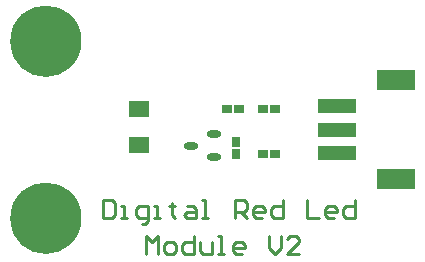
<source format=gts>
%FSLAX23Y23*%
%MOIN*%
G70*
G01*
G75*
G04 Layer_Color=8388736*
%ADD10R,0.024X0.020*%
%ADD11R,0.118X0.039*%
%ADD12R,0.118X0.059*%
%ADD13R,0.060X0.050*%
%ADD14R,0.020X0.024*%
%ADD15O,0.039X0.017*%
%ADD16C,0.010*%
%ADD17C,0.236*%
%ADD18C,0.039*%
%ADD19C,0.004*%
%ADD20C,0.003*%
%ADD21C,0.005*%
%ADD22C,0.059*%
%ADD23R,0.032X0.028*%
%ADD24R,0.126X0.047*%
%ADD25R,0.126X0.067*%
%ADD26R,0.068X0.058*%
%ADD27R,0.028X0.032*%
%ADD28O,0.047X0.025*%
D16*
X505Y35D02*
Y95D01*
X525Y75D01*
X545Y95D01*
Y35D01*
X575D02*
X595D01*
X605Y45D01*
Y65D01*
X595Y75D01*
X575D01*
X565Y65D01*
Y45D01*
X575Y35D01*
X665Y95D02*
Y35D01*
X635D01*
X625Y45D01*
Y65D01*
X635Y75D01*
X665D01*
X685D02*
Y45D01*
X695Y35D01*
X725D01*
Y75D01*
X745Y35D02*
X765D01*
X755D01*
Y95D01*
X745D01*
X825Y35D02*
X805D01*
X795Y45D01*
Y65D01*
X805Y75D01*
X825D01*
X835Y65D01*
Y55D01*
X795D01*
X915Y95D02*
Y55D01*
X935Y35D01*
X955Y55D01*
Y95D01*
X1015Y35D02*
X975D01*
X1015Y75D01*
Y85D01*
X1005Y95D01*
X985D01*
X975Y85D01*
X360Y215D02*
Y155D01*
X390D01*
X400Y165D01*
Y205D01*
X390Y215D01*
X360D01*
X420Y155D02*
X440D01*
X430D01*
Y195D01*
X420D01*
X490Y135D02*
X500D01*
X510Y145D01*
Y195D01*
X480D01*
X470Y185D01*
Y165D01*
X480Y155D01*
X510D01*
X530D02*
X550D01*
X540D01*
Y195D01*
X530D01*
X590Y205D02*
Y195D01*
X580D01*
X600D01*
X590D01*
Y165D01*
X600Y155D01*
X640Y195D02*
X660D01*
X670Y185D01*
Y155D01*
X640D01*
X630Y165D01*
X640Y175D01*
X670D01*
X690Y155D02*
X710D01*
X700D01*
Y215D01*
X690D01*
X800Y155D02*
Y215D01*
X830D01*
X840Y205D01*
Y185D01*
X830Y175D01*
X800D01*
X820D02*
X840Y155D01*
X890D02*
X870D01*
X860Y165D01*
Y185D01*
X870Y195D01*
X890D01*
X900Y185D01*
Y175D01*
X860D01*
X960Y215D02*
Y155D01*
X930D01*
X920Y165D01*
Y185D01*
X930Y195D01*
X960D01*
X1040Y215D02*
Y155D01*
X1080D01*
X1130D02*
X1110D01*
X1100Y165D01*
Y185D01*
X1110Y195D01*
X1130D01*
X1140Y185D01*
Y175D01*
X1100D01*
X1200Y215D02*
Y155D01*
X1170D01*
X1160Y165D01*
Y185D01*
X1170Y195D01*
X1200D01*
D17*
X170Y155D02*
D03*
Y745D02*
D03*
D18*
X259Y155D02*
D03*
X233Y92D02*
D03*
X170Y66D02*
D03*
X107Y92D02*
D03*
X81Y155D02*
D03*
X170Y244D02*
D03*
X233Y218D02*
D03*
X107D02*
D03*
X259Y745D02*
D03*
X233Y682D02*
D03*
X170Y656D02*
D03*
X107Y682D02*
D03*
X81Y745D02*
D03*
X170Y834D02*
D03*
X233Y808D02*
D03*
X107D02*
D03*
D22*
X259Y155D02*
G03*
X259Y155I-89J0D01*
G01*
Y745D02*
G03*
X259Y745I-89J0D01*
G01*
D23*
X895Y370D02*
D03*
X935D02*
D03*
X775Y520D02*
D03*
X815D02*
D03*
X895D02*
D03*
X935D02*
D03*
D24*
X1140Y529D02*
D03*
Y450D02*
D03*
Y371D02*
D03*
Y529D02*
D03*
D25*
X1337Y615D02*
D03*
Y285D02*
D03*
D26*
X480Y400D02*
D03*
Y520D02*
D03*
D27*
X805Y370D02*
D03*
Y410D02*
D03*
D28*
X730Y360D02*
D03*
Y435D02*
D03*
X656Y397D02*
D03*
M02*

</source>
